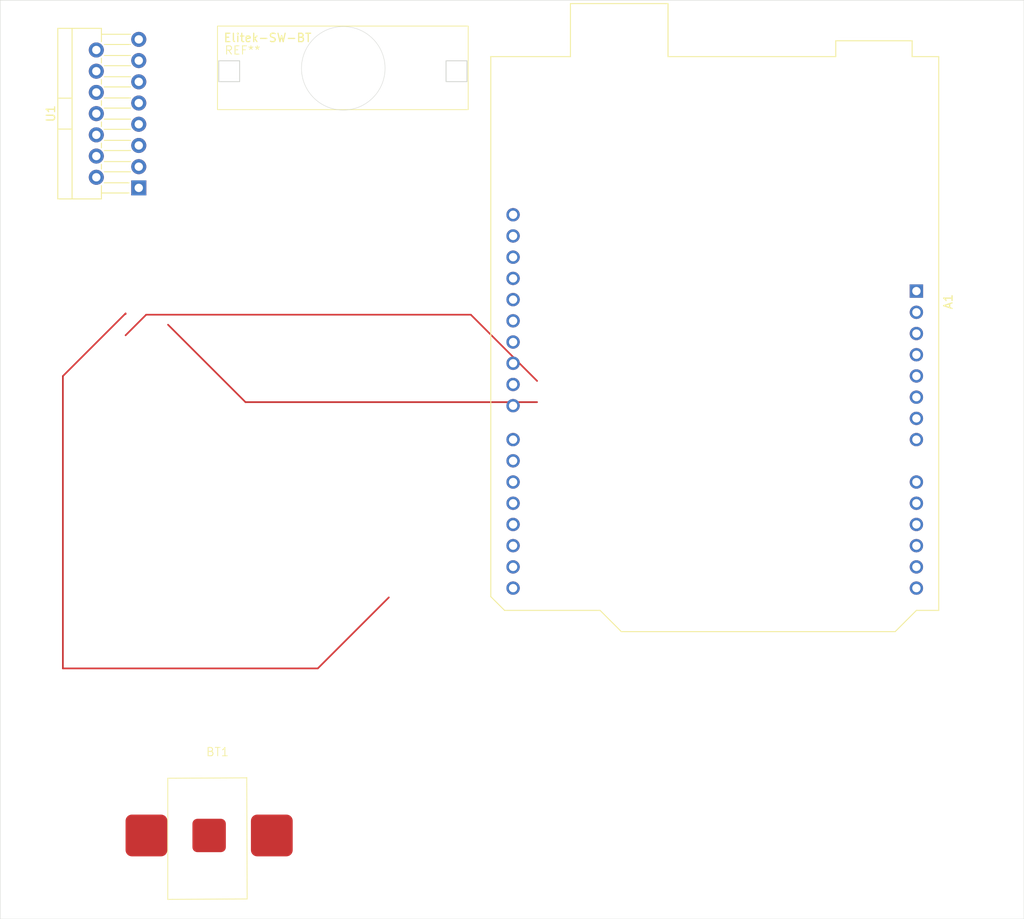
<source format=kicad_pcb>
(kicad_pcb (version 20241229) (generator "pcbnew") (generator_version "9.0")
  (layers (0 "F.Cu" signal) (2 "B.Cu" signal) (13 "F.Paste" user) (15 "B.Paste" user) (5 "F.SilkS" user "F.Silkscreen") (7 "B.SilkS" user "B.Silkscreen") (1 "F.Mask" user) (3 "B.Mask" user) (25 "Edge.Cuts" user))
  (net 0 "")
  (net 5 "Net-(D1-K)")
  (net 12 "Net-(A1-D2)")
  (net 20 "Net-(A1-GND-Pad29)")
  (net 21 "Net-(A1-D13)")
  (net 23 "Net-(A1-D10)")
  (net 25 "Net-(A1-D4)")
  (net 27 "Net-(A1-D8)")
  (net 28 "Net-(A1-D5)")
  (net 29 "Net-(A1-D3)")
  (net 30 "Net-(A1-D9)")
  (net 31 "Net-(A1-+5V)")
  (net 33 "Net-(BT1-+)")
  (net 34 "GND")
  (net 37 "Net-(M1--)")
  (net 39 "Net-(M1-+)")
  (footprint "DeskAutomation:Elitek-Switch_button" (layer "F.Cu") (at 183.5 48.5)
    (property "Reference" "REF**" (at -12 -2.5 0) (layer "F.SilkS") (effects (font (thickness 0.1))))
    (property "Value" "Elitek-SW-BT" (at -9 -4 0) (layer "F.SilkS"))
    (fp_rect (start -15 -5.4) (end 15 4.6) (stroke (width 0.1)) (fill no) (layer "F.SilkS"))
    (fp_rect (start -14.85 -1.25) (end -12.35 1.25) (stroke (width 0.1)) (fill no) (layer "Edge.Cuts"))
    (fp_rect (start 12.35 -1.25) (end 14.85 1.25) (stroke (width 0.1)) (fill no) (layer "Edge.Cuts"))
    (fp_circle (center 0.05 -0.348784) (end 5.05 -0.348784) (stroke (width 0.05)) (fill no) (layer "Edge.Cuts"))
  )
  (footprint "DeskAutomation:S8211-46R" (layer "F.Cu") (at 168.5 131)
    (property "Reference" "BT1" (at 0 -1 0) (layer "F.SilkS") (effects (font (thickness 0.1))))
    (property "Value" "Battery")
    (fp_line (start -5.95 2.15) (end -5.95 16.65) (stroke (width 0.1)) (layer "F.SilkS"))
    (fp_line (start -5.95 16.65) (end 3.55 16.6) (stroke (width 0.1)) (layer "F.SilkS"))
    (fp_line (start 3.5 2.1) (end -5.95 2.15) (stroke (width 0.1)) (layer "F.SilkS"))
    (fp_line (start 3.55 16.6) (end 3.5 2.05) (stroke (width 0.1)) (layer "F.SilkS"))
    (pad "1" smd roundrect (at -8.5 9) (size 5 5) (layers "F.Cu" "F.Mask" "F.Paste") (roundrect_rratio 0.15) (net 33 "Net-(BT1-+)"))
    (pad "1" smd roundrect (at 6.5 9) (size 5 5) (layers "F.Cu" "F.Mask" "F.Paste") (roundrect_rratio 0.15) (net 33 "Net-(BT1-+)"))
    (pad "2" smd roundrect (at -1 9) (size 4 4) (layers "F.Cu" "F.Mask" "F.Paste") (roundrect_rratio 0.15) (net 34 "GND"))
  )
  (footprint "Package_TO_SOT_THT:TO-220-15_P2.54x5.08mm_StaggerOdd_Lead4.58mm_Vertical" (layer "F.Cu") (at 159.08 62.47 90)
    (property "Reference" "U1" (at 8.89 -10.53 90) (layer "F.SilkS"))
    (property "Value" "L298N")
    (fp_line (start 19.1 -9.69) (end 19.1 -4.47) (stroke (width 0.12)) (layer "F.SilkS"))
    (fp_line (start 10.74 -9.69) (end 10.74 -7.98) (stroke (width 0.12)) (layer "F.SilkS"))
    (fp_line (start 7.04 -9.69) (end 7.04 -7.98) (stroke (width 0.12)) (layer "F.SilkS"))
    (fp_line (start -1.32 -9.69) (end 19.1 -9.69) (stroke (width 0.12)) (layer "F.SilkS"))
    (fp_line (start -1.32 -7.98) (end 19.1 -7.98) (stroke (width 0.12)) (layer "F.SilkS"))
    (fp_line (start 19.1 -4.47) (end 17.497 -4.47) (stroke (width 0.12)) (layer "F.SilkS"))
    (fp_line (start 18.39 -4.47) (end 18.39 -0.987) (stroke (width 0.12)) (layer "F.SilkS"))
    (fp_line (start 15.523 -4.47) (end 14.957 -4.47) (stroke (width 0.12)) (layer "F.SilkS"))
    (fp_line (start 12.983 -4.47) (end 12.417 -4.47) (stroke (width 0.12)) (layer "F.SilkS"))
    (fp_line (start 10.443 -4.47) (end 9.877 -4.47) (stroke (width 0.12)) (layer "F.SilkS"))
    (fp_line (start 7.903 -4.47) (end 7.337 -4.47) (stroke (width 0.12)) (layer "F.SilkS"))
    (fp_line (start 5.363 -4.47) (end 4.797 -4.47) (stroke (width 0.12)) (layer "F.SilkS"))
    (fp_line (start 2.823 -4.47) (end 2.257 -4.47) (stroke (width 0.12)) (layer "F.SilkS"))
    (fp_line (start 0.283 -4.47) (end -1.32 -4.47) (stroke (width 0.12)) (layer "F.SilkS"))
    (fp_line (start -0.61 -4.47) (end -0.61 -1.16) (stroke (width 0.12)) (layer "F.SilkS"))
    (fp_line (start -1.32 -4.47) (end -1.32 -9.69) (stroke (width 0.12)) (layer "F.SilkS"))
    (fp_line (start 17.17 -4.126) (end 17.17 -0.987) (stroke (width 0.12)) (layer "F.SilkS"))
    (fp_line (start 15.85 -4.126) (end 15.85 -0.987) (stroke (width 0.12)) (layer "F.SilkS"))
    (fp_line (start 14.63 -4.126) (end 14.63 -0.987) (stroke (width 0.12)) (layer "F.SilkS"))
    (fp_line (start 13.31 -4.126) (end 13.31 -0.987) (stroke (width 0.12)) (layer "F.SilkS"))
    (fp_line (start 12.09 -4.126) (end 12.09 -0.987) (stroke (width 0.12)) (layer "F.SilkS"))
    (fp_line (start 10.77 -4.126) (end 10.77 -0.987) (stroke (width 0.12)) (layer "F.SilkS"))
    (fp_line (start 9.55 -4.126) (end 9.55 -0.987) (stroke (width 0.12)) (layer "F.SilkS"))
    (fp_line (start 8.23 -4.126) (end 8.23 -0.987) (stroke (width 0.12)) (layer "F.SilkS"))
    (fp_line (start 7.01 -4.126) (end 7.01 -0.987) (stroke (width 0.12)) (layer "F.SilkS"))
    (fp_line (start 5.69 -4.126) (end 5.69 -0.987) (stroke (width 0.12)) (layer "F.SilkS"))
    (fp_line (start 4.47 -4.126) (end 4.47 -0.987) (stroke (width 0.12)) (layer "F.SilkS"))
    (fp_line (start 3.15 -4.126) (end 3.15 -0.987) (stroke (width 0.12)) (layer "F.SilkS"))
    (fp_line (start 1.93 -4.126) (end 1.93 -0.987) (stroke (width 0.12)) (layer "F.SilkS"))
    (fp_line (start 0.61 -4.126) (end 0.61 -1.16) (stroke (width 0.12)) (layer "F.SilkS"))
    (pad "1" thru_hole rect (at 0 0 90) (size 1.8 1.8) (drill 1) (layers "*.Cu" "*.Mask"))
    (pad "2" thru_hole circle (at 1.27 -5.08 90) (size 1.8 1.8) (drill 1) (layers "*.Cu" "*.Mask") (net 39 "Net-(M1-+)"))
    (pad "3" thru_hole circle (at 2.54 0 90) (size 1.8 1.8) (drill 1) (layers "*.Cu" "*.Mask") (net 37 "Net-(M1--)"))
    (pad "4" thru_hole circle (at 3.81 -5.08 90) (size 1.8 1.8) (drill 1) (layers "*.Cu" "*.Mask"))
    (pad "5" thru_hole circle (at 5.08 0 90) (size 1.8 1.8) (drill 1) (layers "*.Cu" "*.Mask") (net 27 "Net-(A1-D8)"))
    (pad "6" thru_hole circle (at 6.35 -5.08 90) (size 1.8 1.8) (drill 1) (layers "*.Cu" "*.Mask") (net 23 "Net-(A1-D10)"))
    (pad "7" thru_hole circle (at 7.62 0 90) (size 1.8 1.8) (drill 1) (layers "*.Cu" "*.Mask") (net 30 "Net-(A1-D9)"))
    (pad "8" thru_hole circle (at 8.89 -5.08 90) (size 1.8 1.8) (drill 1) (layers "*.Cu" "*.Mask") (net 34 "GND"))
    (pad "9" thru_hole circle (at 10.16 0 90) (size 1.8 1.8) (drill 1) (layers "*.Cu" "*.Mask") (net 33 "Net-(BT1-+)"))
    (pad "10" thru_hole circle (at 11.43 -5.08 90) (size 1.8 1.8) (drill 1) (layers "*.Cu" "*.Mask"))
    (pad "11" thru_hole circle (at 12.7 0 90) (size 1.8 1.8) (drill 1) (layers "*.Cu" "*.Mask"))
    (pad "12" thru_hole circle (at 13.97 -5.08 90) (size 1.8 1.8) (drill 1) (layers "*.Cu" "*.Mask"))
    (pad "13" thru_hole circle (at 15.24 0 90) (size 1.8 1.8) (drill 1) (layers "*.Cu" "*.Mask"))
    (pad "14" thru_hole circle (at 16.51 -5.08 90) (size 1.8 1.8) (drill 1) (layers "*.Cu" "*.Mask"))
    (pad "15" thru_hole circle (at 17.78 0 90) (size 1.8 1.8) (drill 1) (layers "*.Cu" "*.Mask"))
  )
  (footprint "Module:Arduino_UNO_R3" (layer "F.Cu") (at 252.13 74.825 -90)
    (property "Reference" "A1" (at 1.27 -3.81 90) (layer "F.SilkS"))
    (property "Value" "Arduino_UNO_R3")
    (fp_line (start -28.07 50.93) (end 36.58 50.93) (stroke (width 0.12)) (layer "F.SilkS"))
    (fp_line (start 36.58 50.93) (end 38.23 49.28) (stroke (width 0.12)) (layer "F.SilkS"))
    (fp_line (start 38.23 49.28) (end 38.23 37.85) (stroke (width 0.12)) (layer "F.SilkS"))
    (fp_line (start -34.42 41.4) (end -28.07 41.4) (stroke (width 0.12)) (layer "F.SilkS"))
    (fp_line (start -28.07 41.4) (end -28.07 50.93) (stroke (width 0.12)) (layer "F.SilkS"))
    (fp_line (start 38.23 37.85) (end 40.77 35.31) (stroke (width 0.12)) (layer "F.SilkS"))
    (fp_line (start 40.77 35.31) (end 40.77 2.54) (stroke (width 0.12)) (layer "F.SilkS"))
    (fp_line (start -34.42 29.72) (end -34.42 41.4) (stroke (width 0.12)) (layer "F.SilkS"))
    (fp_line (start -28.07 29.72) (end -34.42 29.72) (stroke (width 0.12)) (layer "F.SilkS"))
    (fp_line (start -29.97 9.65) (end -28.07 9.65) (stroke (width 0.12)) (layer "F.SilkS"))
    (fp_line (start -28.07 9.65) (end -28.07 29.72) (stroke (width 0.12)) (layer "F.SilkS"))
    (fp_line (start 40.77 2.54) (end 38.23 0) (stroke (width 0.12)) (layer "F.SilkS"))
    (fp_line (start -29.97 0.51) (end -29.97 9.65) (stroke (width 0.12)) (layer "F.SilkS"))
    (fp_line (start -28.07 0.51) (end -29.97 0.51) (stroke (width 0.12)) (layer "F.SilkS"))
    (fp_line (start 38.23 0) (end 38.23 -2.67) (stroke (width 0.12)) (layer "F.SilkS"))
    (fp_line (start -28.07 -2.67) (end -28.07 0.51) (stroke (width 0.12)) (layer "F.SilkS"))
    (fp_line (start 38.23 -2.67) (end -28.07 -2.67) (stroke (width 0.12)) (layer "F.SilkS"))
    (pad "1" thru_hole rect (at 0 0) (size 1.6 1.6) (drill 1) (layers "*.Cu" "*.Mask"))
    (pad "2" thru_hole oval (at 2.54 0) (size 1.6 1.6) (drill 1) (layers "*.Cu" "*.Mask"))
    (pad "3" thru_hole oval (at 5.08 0) (size 1.6 1.6) (drill 1) (layers "*.Cu" "*.Mask"))
    (pad "4" thru_hole oval (at 7.62 0) (size 1.6 1.6) (drill 1) (layers "*.Cu" "*.Mask"))
    (pad "5" thru_hole oval (at 10.16 0) (size 1.6 1.6) (drill 1) (layers "*.Cu" "*.Mask") (net 31 "Net-(A1-+5V)"))
    (pad "6" thru_hole oval (at 12.7 0) (size 1.6 1.6) (drill 1) (layers "*.Cu" "*.Mask") (net 5 "Net-(D1-K)"))
    (pad "7" thru_hole oval (at 15.24 0) (size 1.6 1.6) (drill 1) (layers "*.Cu" "*.Mask"))
    (pad "8" thru_hole oval (at 17.78 0) (size 1.6 1.6) (drill 1) (layers "*.Cu" "*.Mask"))
    (pad "9" thru_hole oval (at 22.86 0) (size 1.6 1.6) (drill 1) (layers "*.Cu" "*.Mask"))
    (pad "10" thru_hole oval (at 25.4 0) (size 1.6 1.6) (drill 1) (layers "*.Cu" "*.Mask"))
    (pad "11" thru_hole oval (at 27.94 0) (size 1.6 1.6) (drill 1) (layers "*.Cu" "*.Mask"))
    (pad "12" thru_hole oval (at 30.48 0) (size 1.6 1.6) (drill 1) (layers "*.Cu" "*.Mask"))
    (pad "13" thru_hole oval (at 33.02 0) (size 1.6 1.6) (drill 1) (layers "*.Cu" "*.Mask"))
    (pad "14" thru_hole oval (at 35.56 0) (size 1.6 1.6) (drill 1) (layers "*.Cu" "*.Mask"))
    (pad "15" thru_hole oval (at 35.56 48.26) (size 1.6 1.6) (drill 1) (layers "*.Cu" "*.Mask"))
    (pad "16" thru_hole oval (at 33.02 48.26) (size 1.6 1.6) (drill 1) (layers "*.Cu" "*.Mask"))
    (pad "17" thru_hole oval (at 30.48 48.26) (size 1.6 1.6) (drill 1) (layers "*.Cu" "*.Mask") (net 12 "Net-(A1-D2)"))
    (pad "18" thru_hole oval (at 27.94 48.26) (size 1.6 1.6) (drill 1) (layers "*.Cu" "*.Mask") (net 29 "Net-(A1-D3)"))
    (pad "19" thru_hole oval (at 25.4 48.26) (size 1.6 1.6) (drill 1) (layers "*.Cu" "*.Mask") (net 25 "Net-(A1-D4)"))
    (pad "20" thru_hole oval (at 22.86 48.26) (size 1.6 1.6) (drill 1) (layers "*.Cu" "*.Mask") (net 28 "Net-(A1-D5)"))
    (pad "21" thru_hole oval (at 20.32 48.26) (size 1.6 1.6) (drill 1) (layers "*.Cu" "*.Mask"))
    (pad "22" thru_hole oval (at 17.78 48.26) (size 1.6 1.6) (drill 1) (layers "*.Cu" "*.Mask"))
    (pad "23" thru_hole oval (at 13.72 48.26) (size 1.6 1.6) (drill 1) (layers "*.Cu" "*.Mask") (net 27 "Net-(A1-D8)"))
    (pad "24" thru_hole oval (at 11.18 48.26) (size 1.6 1.6) (drill 1) (layers "*.Cu" "*.Mask") (net 30 "Net-(A1-D9)"))
    (pad "25" thru_hole oval (at 8.64 48.26) (size 1.6 1.6) (drill 1) (layers "*.Cu" "*.Mask") (net 23 "Net-(A1-D10)"))
    (pad "26" thru_hole oval (at 6.1 48.26) (size 1.6 1.6) (drill 1) (layers "*.Cu" "*.Mask"))
    (pad "27" thru_hole oval (at 3.56 48.26) (size 1.6 1.6) (drill 1) (layers "*.Cu" "*.Mask"))
    (pad "28" thru_hole oval (at 1.02 48.26) (size 1.6 1.6) (drill 1) (layers "*.Cu" "*.Mask") (net 21 "Net-(A1-D13)"))
    (pad "29" thru_hole oval (at -1.52 48.26) (size 1.6 1.6) (drill 1) (layers "*.Cu" "*.Mask") (net 20 "Net-(A1-GND-Pad29)"))
    (pad "30" thru_hole oval (at -4.06 48.26) (size 1.6 1.6) (drill 1) (layers "*.Cu" "*.Mask"))
    (pad "31" thru_hole oval (at -6.6 48.26) (size 1.6 1.6) (drill 1) (layers "*.Cu" "*.Mask"))
    (pad "32" thru_hole oval (at -9.14 48.26) (size 1.6 1.6) (drill 1) (layers "*.Cu" "*.Mask"))
  )
  (gr_line (start 265 150) (end 265 40) (stroke (width 0.05)) (layer "Edge.Cuts"))
  (gr_line (start 142.5 40) (end 142.5 150) (stroke (width 0.05)) (layer "Edge.Cuts"))
  (gr_line (start 265 40) (end 142.5 40) (stroke (width 0.05)) (layer "Edge.Cuts"))
  (gr_line (start 142.5 150) (end 265 150) (stroke (width 0.05)) (layer "Edge.Cuts"))
  (segment (start 157.5 80.12) (end 159.971 77.649) (width 0.2) (layer "F.Cu") (net 23))
  (segment (start 159.971 77.649) (end 198.809 77.649) (width 0.2) (layer "F.Cu") (net 23))
  (segment (start 198.809 77.649) (end 206.74 85.58) (width 0.2) (layer "F.Cu") (net 23))
  (segment (start 162.58 78.85) (end 171.85 88.12) (width 0.2) (layer "F.Cu") (net 27))
  (segment (start 171.85 88.12) (end 206.74 88.12) (width 0.2) (layer "F.Cu") (net 27))
  (segment (start 180.5 120) (end 189 111.5) (width 0.2) (layer "F.Cu") (net 34))
  (segment (start 150 120) (end 180.5 120) (width 0.2) (layer "F.Cu") (net 34))
  (segment (start 157.5 77.5) (end 150 85) (width 0.2) (layer "F.Cu") (net 34))
  (segment (start 150 85) (end 150 120) (width 0.2) (layer "F.Cu") (net 34))
  (segment (start 157.5 77.58) (end 157.5 77.5) (width 0.2) (layer "F.Cu") (net 34))
)
</source>
